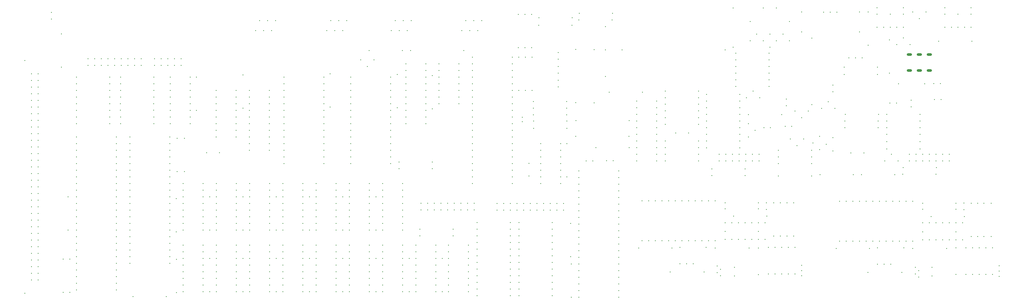
<source format=gbo>
%TF.GenerationSoftware,KiCad,Pcbnew,8.0.6+1*%
%TF.CreationDate,2024-11-20T11:24:01+01:00*%
%TF.ProjectId,QL_schematic,514c5f73-6368-4656-9d61-7469632e6b69,0*%
%TF.SameCoordinates,Original*%
%TF.FileFunction,Legend,Bot*%
%TF.FilePolarity,Positive*%
%FSLAX46Y46*%
G04 Gerber Fmt 4.6, Leading zero omitted, Abs format (unit mm)*
G04 Created by KiCad (PCBNEW 8.0.6+1) date 2024-11-20 11:24:01*
%MOMM*%
%LPD*%
G01*
G04 APERTURE LIST*
%ADD10C,0.350000*%
%ADD11O,2.000000X1.000000*%
G04 APERTURE END LIST*
D10*
X276225000Y-190683000D03*
X278765000Y-190683000D03*
X281305000Y-190683000D03*
X58420000Y-137160000D03*
X45720000Y-137160000D03*
X358902000Y-129286000D03*
X356402000Y-129286000D03*
X297585000Y-115310000D03*
X310285000Y-115310000D03*
X211455000Y-185039000D03*
X198755000Y-185039000D03*
X387397000Y-92830000D03*
X377397000Y-92830000D03*
X387397000Y-95330000D03*
X377397000Y-95330000D03*
X382397000Y-100330000D03*
X382397000Y-95330000D03*
X387397000Y-100330000D03*
X384897000Y-100330000D03*
X377397000Y-100330000D03*
X379897000Y-100330000D03*
X283337000Y-137414000D03*
X270637000Y-137414000D03*
X347980000Y-193929000D03*
X360934000Y-193929000D03*
X227457000Y-182499000D03*
X214757000Y-182499000D03*
X368935000Y-175006000D03*
X371475000Y-175006000D03*
X374015000Y-175006000D03*
X376555000Y-175006000D03*
X379095000Y-175006000D03*
X381635000Y-175006000D03*
X384175000Y-175006000D03*
X244094000Y-146304000D03*
X256794000Y-146304000D03*
X233045000Y-138938000D03*
X220345000Y-138938000D03*
X227457000Y-195199000D03*
X214757000Y-195199000D03*
X398145000Y-191453000D03*
X398145000Y-193453000D03*
X398145000Y-195453000D03*
X227457000Y-185039000D03*
X214757000Y-185039000D03*
X137287000Y-160020000D03*
X137287000Y-162560000D03*
X137287000Y-165100000D03*
X137287000Y-167640000D03*
X137287000Y-170180000D03*
X137287000Y-172720000D03*
X137287000Y-175260000D03*
X137287000Y-177800000D03*
X144907000Y-177800000D03*
X144907000Y-175260000D03*
X144907000Y-172720000D03*
X144907000Y-170180000D03*
X144907000Y-167640000D03*
X144907000Y-165100000D03*
X144907000Y-162560000D03*
X144907000Y-160020000D03*
X235077000Y-96647000D03*
X222377000Y-96647000D03*
X373166000Y-121793000D03*
X375666000Y-121793000D03*
X75311000Y-134620000D03*
X62611000Y-134620000D03*
X306197000Y-167386000D03*
X293497000Y-167386000D03*
X147447000Y-201295000D03*
X147447000Y-188595000D03*
X290449000Y-191516000D03*
X290449000Y-191516000D03*
X291719000Y-192786000D03*
X291719000Y-192786000D03*
X290449000Y-194056000D03*
X290449000Y-194056000D03*
X291719000Y-195199000D03*
X291719000Y-195199000D03*
X355219000Y-141224000D03*
X367919000Y-141224000D03*
X286385000Y-143764000D03*
X299085000Y-143764000D03*
X234950000Y-99568000D03*
X222250000Y-99568000D03*
X319659000Y-180086000D03*
X319659000Y-167386000D03*
X329565000Y-147066000D03*
X327025000Y-144526000D03*
X329565000Y-141986000D03*
X297585000Y-120390000D03*
X310285000Y-120390000D03*
X220218000Y-128651000D03*
X232918000Y-128651000D03*
X227457000Y-197739000D03*
X214757000Y-197739000D03*
X175387000Y-183515000D03*
X175387000Y-186055000D03*
X175387000Y-188595000D03*
X175387000Y-191135000D03*
X175387000Y-193675000D03*
X175387000Y-196215000D03*
X175387000Y-198755000D03*
X175387000Y-201295000D03*
X183007000Y-201295000D03*
X183007000Y-198755000D03*
X183007000Y-196215000D03*
X183007000Y-193675000D03*
X183007000Y-191135000D03*
X183007000Y-188595000D03*
X183007000Y-186055000D03*
X183007000Y-183515000D03*
X217170000Y-124460000D03*
X217170000Y-111760000D03*
X326517000Y-152400000D03*
X313817000Y-152400000D03*
X313817000Y-149860000D03*
X326517000Y-149860000D03*
X315087000Y-133705600D03*
X302387000Y-133705600D03*
X137287000Y-183515000D03*
X137287000Y-186055000D03*
X137287000Y-188595000D03*
X137287000Y-191135000D03*
X137287000Y-193675000D03*
X137287000Y-196215000D03*
X137287000Y-198755000D03*
X137287000Y-201295000D03*
X144907000Y-201295000D03*
X144907000Y-198755000D03*
X144907000Y-196215000D03*
X144907000Y-193675000D03*
X144907000Y-191135000D03*
X144907000Y-188595000D03*
X144907000Y-186055000D03*
X144907000Y-183515000D03*
X96647000Y-201295000D03*
X96647000Y-188595000D03*
X395097000Y-180213000D03*
X395097000Y-167513000D03*
X288417000Y-156972000D03*
X301117000Y-156972000D03*
X326567800Y-104444800D03*
X326567800Y-129844800D03*
X172847000Y-201295000D03*
X172847000Y-188595000D03*
X192913000Y-101600000D03*
X194437000Y-97790000D03*
X195961000Y-101600000D03*
X197485000Y-97790000D03*
X199009000Y-101600000D03*
X200533000Y-97790000D03*
X309245000Y-167335200D03*
X309245000Y-169875200D03*
X40005000Y-115570000D03*
X40005000Y-102870000D03*
X306197000Y-184650000D03*
X306197000Y-194810000D03*
X370205000Y-94488000D03*
X367665000Y-97028000D03*
X365125000Y-94488000D03*
X181610000Y-118745000D03*
X181610000Y-131445000D03*
X219583000Y-95377000D03*
X219583000Y-108077000D03*
X291211000Y-148844000D03*
X293751000Y-148844000D03*
X296291000Y-148844000D03*
X298831000Y-148844000D03*
X301371000Y-148844000D03*
X303911000Y-148844000D03*
X306451000Y-148844000D03*
X291211000Y-151384000D03*
X293751000Y-151384000D03*
X296291000Y-151384000D03*
X298831000Y-151384000D03*
X301371000Y-151384000D03*
X303911000Y-151384000D03*
X306451000Y-151384000D03*
X211455000Y-182499000D03*
X198755000Y-182499000D03*
X308269000Y-138684000D03*
X310769000Y-138684000D03*
X85725000Y-114845000D03*
X85725000Y-112305000D03*
X83185000Y-114845000D03*
X83185000Y-112305000D03*
X80645000Y-114845000D03*
X80645000Y-112305000D03*
X78105000Y-114845000D03*
X78105000Y-112305000D03*
X75565000Y-114845000D03*
X75565000Y-112305000D03*
X70485000Y-114845000D03*
X70485000Y-112305000D03*
X67945000Y-114845000D03*
X67945000Y-112305000D03*
X65405000Y-114845000D03*
X65405000Y-112305000D03*
X62865000Y-114845000D03*
X62865000Y-112305000D03*
X60325000Y-114845000D03*
X60325000Y-112305000D03*
X57785000Y-114845000D03*
X57785000Y-112305000D03*
X55245000Y-114845000D03*
X55245000Y-112305000D03*
X52705000Y-114845000D03*
X52705000Y-112305000D03*
X50165000Y-114845000D03*
X50165000Y-112305000D03*
X312039000Y-180086000D03*
X312039000Y-167386000D03*
X75184000Y-129540000D03*
X62484000Y-129540000D03*
X368935000Y-169799000D03*
X381635000Y-169799000D03*
X286385000Y-138684000D03*
X299085000Y-138684000D03*
X214757000Y-179959000D03*
X227457000Y-179959000D03*
X270637000Y-124714000D03*
X283337000Y-124714000D03*
X334645000Y-147574000D03*
X332105000Y-145034000D03*
X334645000Y-142494000D03*
X45720000Y-142240000D03*
X45720000Y-144780000D03*
X45720000Y-147320000D03*
X45720000Y-149860000D03*
X45720000Y-152400000D03*
X45720000Y-154940000D03*
X45720000Y-157480000D03*
X45720000Y-160020000D03*
X45720000Y-162560000D03*
X45720000Y-165100000D03*
X45720000Y-167640000D03*
X45720000Y-170180000D03*
X45720000Y-172720000D03*
X45720000Y-175260000D03*
X45720000Y-177800000D03*
X45720000Y-180340000D03*
X45720000Y-182880000D03*
X45720000Y-185420000D03*
X45720000Y-187960000D03*
X45720000Y-190500000D03*
X45720000Y-193040000D03*
X45720000Y-195580000D03*
X45720000Y-198120000D03*
X45720000Y-200660000D03*
X60960000Y-200660000D03*
X60960000Y-198120000D03*
X60960000Y-195580000D03*
X60960000Y-193040000D03*
X60960000Y-190500000D03*
X60960000Y-187960000D03*
X60960000Y-185420000D03*
X60960000Y-182880000D03*
X60960000Y-180340000D03*
X60960000Y-177800000D03*
X60960000Y-175260000D03*
X60960000Y-172720000D03*
X60960000Y-170180000D03*
X60960000Y-167640000D03*
X60960000Y-165100000D03*
X60960000Y-162560000D03*
X60960000Y-160020000D03*
X60960000Y-157480000D03*
X60960000Y-154940000D03*
X60960000Y-152400000D03*
X60960000Y-149860000D03*
X60960000Y-147320000D03*
X60960000Y-144780000D03*
X60960000Y-142240000D03*
X361442000Y-153924000D03*
X374142000Y-153924000D03*
X259715000Y-128524000D03*
X259715000Y-131064000D03*
X259715000Y-133604000D03*
X259715000Y-136144000D03*
X259715000Y-138684000D03*
X259715000Y-141224000D03*
X259715000Y-143764000D03*
X259715000Y-146304000D03*
X259715000Y-148844000D03*
X259715000Y-151384000D03*
X267335000Y-151384000D03*
X267335000Y-148844000D03*
X267335000Y-146304000D03*
X267335000Y-143764000D03*
X267335000Y-141224000D03*
X267335000Y-138684000D03*
X267335000Y-136144000D03*
X267335000Y-133604000D03*
X267335000Y-131064000D03*
X267335000Y-128524000D03*
X185420000Y-201295000D03*
X185420000Y-188595000D03*
X141351000Y-101600000D03*
X142875000Y-97790000D03*
X144399000Y-101600000D03*
X145923000Y-97790000D03*
X147447000Y-101600000D03*
X148971000Y-97790000D03*
X302641000Y-184658000D03*
X289687000Y-184658000D03*
X270637000Y-143764000D03*
X283337000Y-143764000D03*
X364490000Y-128207888D03*
X364490000Y-130707888D03*
X227457000Y-202819000D03*
X214757000Y-202819000D03*
X306197000Y-178308000D03*
X293497000Y-178308000D03*
X345567000Y-156591000D03*
X358267000Y-156591000D03*
X237744000Y-94996000D03*
X250444000Y-94996000D03*
X227457000Y-190119000D03*
X214757000Y-190119000D03*
X297585000Y-117850000D03*
X310285000Y-117850000D03*
X142621000Y-118110000D03*
X142621000Y-130810000D03*
X216027000Y-136398000D03*
X216027000Y-134698000D03*
X369697000Y-121920000D03*
X359697000Y-121920000D03*
X355219000Y-144018000D03*
X367919000Y-144018000D03*
X75184000Y-131953000D03*
X62484000Y-131953000D03*
X270637000Y-129674000D03*
X283337000Y-129674000D03*
X261874000Y-125095000D03*
X249174000Y-125095000D03*
X315087000Y-184404000D03*
X315087000Y-194564000D03*
X368935000Y-181483000D03*
X371475000Y-181483000D03*
X374015000Y-181483000D03*
X376555000Y-181483000D03*
X379095000Y-181483000D03*
X381635000Y-181483000D03*
X384175000Y-181483000D03*
X387731000Y-105664000D03*
X375031000Y-105664000D03*
X322707000Y-102108000D03*
X322707000Y-94488000D03*
X220218000Y-131191000D03*
X232918000Y-131191000D03*
X160147000Y-177800000D03*
X160147000Y-165100000D03*
X217043000Y-108077000D03*
X217043000Y-95377000D03*
X184150000Y-114300000D03*
X184150000Y-116840000D03*
X184150000Y-119380000D03*
X184150000Y-121920000D03*
X184150000Y-124460000D03*
X184150000Y-127000000D03*
X184150000Y-129540000D03*
X191770000Y-129540000D03*
X191770000Y-127000000D03*
X191770000Y-124460000D03*
X191770000Y-121920000D03*
X191770000Y-119380000D03*
X191770000Y-116840000D03*
X191770000Y-114300000D03*
X339217000Y-136144000D03*
X351917000Y-136144000D03*
X124968000Y-119380000D03*
X124968000Y-121920000D03*
X124968000Y-124460000D03*
X124968000Y-127000000D03*
X124968000Y-129540000D03*
X124968000Y-132080000D03*
X124968000Y-134620000D03*
X124968000Y-137160000D03*
X124968000Y-139700000D03*
X124968000Y-142240000D03*
X124968000Y-144780000D03*
X124968000Y-147320000D03*
X124968000Y-149860000D03*
X124968000Y-152400000D03*
X140208000Y-152400000D03*
X140208000Y-149860000D03*
X140208000Y-147320000D03*
X140208000Y-144780000D03*
X140208000Y-142240000D03*
X140208000Y-139700000D03*
X140208000Y-137160000D03*
X140208000Y-134620000D03*
X140208000Y-132080000D03*
X140208000Y-129540000D03*
X140208000Y-127000000D03*
X140208000Y-124460000D03*
X140208000Y-121920000D03*
X140208000Y-119380000D03*
X99187000Y-183515000D03*
X99187000Y-186055000D03*
X99187000Y-188595000D03*
X99187000Y-191135000D03*
X99187000Y-193675000D03*
X99187000Y-196215000D03*
X99187000Y-198755000D03*
X99187000Y-201295000D03*
X106807000Y-201295000D03*
X106807000Y-198755000D03*
X106807000Y-196215000D03*
X106807000Y-193675000D03*
X106807000Y-191135000D03*
X106807000Y-188595000D03*
X106807000Y-186055000D03*
X106807000Y-183515000D03*
X270637000Y-132214000D03*
X283337000Y-132214000D03*
X385445000Y-194691000D03*
X385445000Y-184531000D03*
X338963000Y-115570000D03*
X351663000Y-115570000D03*
X326517000Y-147320000D03*
X313817000Y-147320000D03*
X198755000Y-190119000D03*
X211455000Y-190119000D03*
X75311000Y-127000000D03*
X62611000Y-127000000D03*
X111887000Y-160020000D03*
X111887000Y-162560000D03*
X111887000Y-165100000D03*
X111887000Y-167640000D03*
X111887000Y-170180000D03*
X111887000Y-172720000D03*
X111887000Y-175260000D03*
X111887000Y-177800000D03*
X119507000Y-177800000D03*
X119507000Y-175260000D03*
X119507000Y-172720000D03*
X119507000Y-170180000D03*
X119507000Y-167640000D03*
X119507000Y-165100000D03*
X119507000Y-162560000D03*
X119507000Y-160020000D03*
X286385000Y-131064000D03*
X299085000Y-131064000D03*
X345821000Y-112014000D03*
X343281000Y-112014000D03*
X340741000Y-112014000D03*
X320167000Y-194564000D03*
X320167000Y-184404000D03*
X293497000Y-175006000D03*
X296037000Y-175006000D03*
X298577000Y-175006000D03*
X301117000Y-175006000D03*
X303657000Y-175006000D03*
X306197000Y-175006000D03*
X308737000Y-175006000D03*
X114173000Y-101600000D03*
X115697000Y-97790000D03*
X117221000Y-101600000D03*
X118745000Y-97790000D03*
X120269000Y-101600000D03*
X121793000Y-97790000D03*
X310261000Y-112770000D03*
X297561000Y-112770000D03*
X283337000Y-151384000D03*
X270637000Y-151384000D03*
X361529000Y-92830000D03*
X351529000Y-92830000D03*
X361529000Y-95330000D03*
X351529000Y-95330000D03*
X356529000Y-100330000D03*
X356529000Y-95330000D03*
X361529000Y-100330000D03*
X359029000Y-100330000D03*
X351529000Y-100330000D03*
X354029000Y-100330000D03*
X234442000Y-175260000D03*
X234442000Y-187960000D03*
X395605000Y-194691000D03*
X395605000Y-184531000D03*
X314579000Y-180086000D03*
X314579000Y-167386000D03*
X297053000Y-192024000D03*
X297053000Y-195326000D03*
X36195000Y-97155000D03*
X36195000Y-94615000D03*
X211455000Y-177419000D03*
X198755000Y-177419000D03*
X198755000Y-195199000D03*
X211455000Y-195199000D03*
X58420000Y-132080000D03*
X45720000Y-132080000D03*
X176911000Y-177419000D03*
X189611000Y-177419000D03*
X299085000Y-136144000D03*
X286385000Y-136144000D03*
X240411000Y-151384000D03*
X242951000Y-151384000D03*
X223012000Y-144780000D03*
X223012000Y-147320000D03*
X223012000Y-149860000D03*
X223012000Y-152400000D03*
X223012000Y-154940000D03*
X223012000Y-157480000D03*
X223012000Y-160020000D03*
X230632000Y-160020000D03*
X230632000Y-157480000D03*
X230632000Y-154940000D03*
X230632000Y-152400000D03*
X230632000Y-149860000D03*
X230632000Y-147320000D03*
X230632000Y-144780000D03*
X381635000Y-167513000D03*
X368935000Y-167513000D03*
X81534000Y-119380000D03*
X81534000Y-121920000D03*
X81534000Y-124460000D03*
X81534000Y-127000000D03*
X81534000Y-129540000D03*
X81534000Y-132080000D03*
X81534000Y-134620000D03*
X81534000Y-137160000D03*
X89154000Y-137160000D03*
X89154000Y-134620000D03*
X89154000Y-132080000D03*
X89154000Y-129540000D03*
X89154000Y-127000000D03*
X89154000Y-124460000D03*
X89154000Y-121920000D03*
X89154000Y-119380000D03*
X337185000Y-181991000D03*
X339725000Y-181991000D03*
X342265000Y-181991000D03*
X344805000Y-181991000D03*
X347345000Y-181991000D03*
X349885000Y-181991000D03*
X352425000Y-181991000D03*
X354965000Y-181991000D03*
X357505000Y-181991000D03*
X360045000Y-181991000D03*
X362585000Y-181991000D03*
X365125000Y-181991000D03*
X365125000Y-166751000D03*
X362585000Y-166751000D03*
X360045000Y-166751000D03*
X357505000Y-166751000D03*
X354965000Y-166751000D03*
X352425000Y-166751000D03*
X349885000Y-166751000D03*
X347345000Y-166751000D03*
X344805000Y-166751000D03*
X342265000Y-166751000D03*
X339725000Y-166751000D03*
X337185000Y-166751000D03*
X313055000Y-92950000D03*
X305555000Y-102950000D03*
X310555000Y-102950000D03*
X315555000Y-102950000D03*
X308095000Y-105450000D03*
X313055000Y-105450000D03*
X303055000Y-105450000D03*
X318055000Y-105450000D03*
X310555000Y-107950000D03*
X318055000Y-98150000D03*
X308055000Y-92950000D03*
X303055000Y-98150000D03*
X354457000Y-151384000D03*
X356997000Y-148844000D03*
X359537000Y-151384000D03*
X355219000Y-133604000D03*
X367919000Y-133604000D03*
X335915000Y-184785000D03*
X348615000Y-184785000D03*
X162687000Y-160020000D03*
X162687000Y-162560000D03*
X162687000Y-165100000D03*
X162687000Y-167640000D03*
X162687000Y-170180000D03*
X162687000Y-172720000D03*
X162687000Y-175260000D03*
X162687000Y-177800000D03*
X170307000Y-177800000D03*
X170307000Y-175260000D03*
X170307000Y-172720000D03*
X170307000Y-170180000D03*
X170307000Y-167640000D03*
X170307000Y-165100000D03*
X170307000Y-162560000D03*
X170307000Y-160020000D03*
X170180000Y-109220000D03*
X157480000Y-109220000D03*
X336169000Y-94570000D03*
X333629000Y-94570000D03*
X331089000Y-94570000D03*
X147447000Y-177800000D03*
X147447000Y-165100000D03*
X338963000Y-118364000D03*
X351663000Y-118364000D03*
X309372000Y-172466000D03*
X296672000Y-172466000D03*
X322707000Y-191262000D03*
X322707000Y-193262000D03*
X322707000Y-195262000D03*
X220218000Y-133731000D03*
X232918000Y-133731000D03*
X373420000Y-127889000D03*
X375920000Y-127889000D03*
X351663000Y-190810000D03*
X354203000Y-190810000D03*
X356743000Y-190810000D03*
X149987000Y-160020000D03*
X149987000Y-162560000D03*
X149987000Y-165100000D03*
X149987000Y-167640000D03*
X149987000Y-170180000D03*
X149987000Y-172720000D03*
X149987000Y-175260000D03*
X149987000Y-177800000D03*
X157607000Y-177800000D03*
X157607000Y-175260000D03*
X157607000Y-172720000D03*
X157607000Y-170180000D03*
X157607000Y-167640000D03*
X157607000Y-165100000D03*
X157607000Y-162560000D03*
X157607000Y-160020000D03*
X86487000Y-183515000D03*
X86487000Y-186055000D03*
X86487000Y-188595000D03*
X86487000Y-191135000D03*
X86487000Y-193675000D03*
X86487000Y-196215000D03*
X86487000Y-198755000D03*
X86487000Y-201295000D03*
X94107000Y-201295000D03*
X94107000Y-198755000D03*
X94107000Y-196215000D03*
X94107000Y-193675000D03*
X94107000Y-191135000D03*
X94107000Y-188595000D03*
X94107000Y-186055000D03*
X94107000Y-183515000D03*
X243459000Y-129159000D03*
X243459000Y-108839000D03*
X261747000Y-181864000D03*
X264287000Y-181864000D03*
X266827000Y-181864000D03*
X269367000Y-181864000D03*
X271907000Y-181864000D03*
X274447000Y-181864000D03*
X276987000Y-181864000D03*
X279527000Y-181864000D03*
X282067000Y-181864000D03*
X284607000Y-181864000D03*
X287147000Y-181864000D03*
X289687000Y-181864000D03*
X289687000Y-166624000D03*
X287147000Y-166624000D03*
X284607000Y-166624000D03*
X282067000Y-166624000D03*
X279527000Y-166624000D03*
X276987000Y-166624000D03*
X274447000Y-166624000D03*
X271907000Y-166624000D03*
X269367000Y-166624000D03*
X266827000Y-166624000D03*
X264287000Y-166624000D03*
X261747000Y-166624000D03*
X288417000Y-154432000D03*
X301117000Y-154432000D03*
X75311000Y-121920000D03*
X62611000Y-121920000D03*
X310007000Y-194564000D03*
X310007000Y-184404000D03*
X286385000Y-133604000D03*
X299085000Y-133604000D03*
X214503000Y-108077000D03*
X214503000Y-95377000D03*
X293497000Y-169672000D03*
X306197000Y-169672000D03*
X341503000Y-148336000D03*
X346503000Y-148336000D03*
X256717800Y-141986000D03*
X236397800Y-141986000D03*
X297585000Y-122930000D03*
X310285000Y-122930000D03*
X270637000Y-134874000D03*
X283337000Y-134874000D03*
X160147000Y-201295000D03*
X160147000Y-188595000D03*
X325247000Y-132334000D03*
X322707000Y-134874000D03*
X320167000Y-132334000D03*
X214757000Y-177419000D03*
X227457000Y-177419000D03*
X384683000Y-167487600D03*
X384683000Y-170027600D03*
X286385000Y-141224000D03*
X299085000Y-141224000D03*
X196977000Y-111760000D03*
X196977000Y-114300000D03*
X196977000Y-116840000D03*
X196977000Y-119380000D03*
X196977000Y-121920000D03*
X196977000Y-124460000D03*
X196977000Y-127000000D03*
X196977000Y-129540000D03*
X196977000Y-132080000D03*
X196977000Y-134620000D03*
X196977000Y-137160000D03*
X196977000Y-139700000D03*
X196977000Y-142240000D03*
X196977000Y-144780000D03*
X196977000Y-147320000D03*
X196977000Y-149860000D03*
X196977000Y-152400000D03*
X196977000Y-154940000D03*
X196977000Y-157480000D03*
X196977000Y-160020000D03*
X212217000Y-160020000D03*
X212217000Y-157480000D03*
X212217000Y-154940000D03*
X212217000Y-152400000D03*
X212217000Y-149860000D03*
X212217000Y-147320000D03*
X212217000Y-144780000D03*
X212217000Y-142240000D03*
X212217000Y-139700000D03*
X212217000Y-137160000D03*
X212217000Y-134620000D03*
X212217000Y-132080000D03*
X212217000Y-129540000D03*
X212217000Y-127000000D03*
X212217000Y-124460000D03*
X212217000Y-121920000D03*
X212217000Y-119380000D03*
X212217000Y-116840000D03*
X212217000Y-114300000D03*
X212217000Y-111760000D03*
X302387000Y-137160000D03*
X304927000Y-139700000D03*
X302387000Y-142240000D03*
X270637000Y-148844000D03*
X283337000Y-148844000D03*
X250698000Y-151257000D03*
X248158000Y-151257000D03*
X272479888Y-193802000D03*
X285433888Y-193802000D03*
X214757000Y-174879000D03*
X227457000Y-174879000D03*
X181610000Y-151765000D03*
X168910000Y-151765000D03*
X219710000Y-124460000D03*
X219710000Y-111760000D03*
X181610000Y-154305000D03*
X168910000Y-154305000D03*
X279527000Y-140716000D03*
X274647000Y-140716000D03*
X122047000Y-177800000D03*
X122047000Y-165100000D03*
X384810000Y-172593000D03*
X372110000Y-172593000D03*
X177292000Y-170120000D03*
X177292000Y-167580000D03*
X179832000Y-170120000D03*
X179832000Y-167580000D03*
X182372000Y-170120000D03*
X182372000Y-167580000D03*
X184912000Y-170120000D03*
X184912000Y-167580000D03*
X187452000Y-170120000D03*
X187452000Y-167580000D03*
X189992000Y-170120000D03*
X189992000Y-167580000D03*
X192532000Y-170120000D03*
X192532000Y-167580000D03*
X195072000Y-170120000D03*
X195072000Y-167580000D03*
X197612000Y-170120000D03*
X197612000Y-167580000D03*
X313817000Y-157099000D03*
X326517000Y-157099000D03*
X361696000Y-184531000D03*
X351696000Y-184531000D03*
X286225000Y-184404000D03*
X276225000Y-184404000D03*
X109347000Y-201295000D03*
X109347000Y-188595000D03*
X381635000Y-178435000D03*
X368935000Y-178435000D03*
X198755000Y-202819000D03*
X211455000Y-202819000D03*
X260477000Y-184658000D03*
X273177000Y-184658000D03*
X176911000Y-179959000D03*
X189611000Y-179959000D03*
X214630000Y-111760000D03*
X214630000Y-124460000D03*
X165989000Y-101600000D03*
X167513000Y-97790000D03*
X169037000Y-101600000D03*
X170561000Y-97790000D03*
X172085000Y-101600000D03*
X173609000Y-97790000D03*
X124587000Y-160020000D03*
X124587000Y-162560000D03*
X124587000Y-165100000D03*
X124587000Y-167640000D03*
X124587000Y-170180000D03*
X124587000Y-172720000D03*
X124587000Y-175260000D03*
X124587000Y-177800000D03*
X132207000Y-177800000D03*
X132207000Y-175260000D03*
X132207000Y-172720000D03*
X132207000Y-170180000D03*
X132207000Y-167640000D03*
X132207000Y-165100000D03*
X132207000Y-162560000D03*
X132207000Y-160020000D03*
X387985000Y-194691000D03*
X387985000Y-184531000D03*
X351917000Y-138684000D03*
X339217000Y-138684000D03*
X111887000Y-183515000D03*
X111887000Y-186055000D03*
X111887000Y-188595000D03*
X111887000Y-191135000D03*
X111887000Y-193675000D03*
X111887000Y-196215000D03*
X111887000Y-198755000D03*
X111887000Y-201295000D03*
X119507000Y-201295000D03*
X119507000Y-198755000D03*
X119507000Y-196215000D03*
X119507000Y-193675000D03*
X119507000Y-191135000D03*
X119507000Y-188595000D03*
X119507000Y-186055000D03*
X119507000Y-183515000D03*
X86487000Y-160020000D03*
X86487000Y-162560000D03*
X86487000Y-165100000D03*
X86487000Y-167640000D03*
X86487000Y-170180000D03*
X86487000Y-172720000D03*
X86487000Y-175260000D03*
X86487000Y-177800000D03*
X94107000Y-177800000D03*
X94107000Y-175260000D03*
X94107000Y-172720000D03*
X94107000Y-170180000D03*
X94107000Y-167640000D03*
X94107000Y-165100000D03*
X94107000Y-162560000D03*
X94107000Y-160020000D03*
X229743000Y-112522000D03*
X229743000Y-109982000D03*
X198755000Y-192659000D03*
X211455000Y-192659000D03*
X387477000Y-180213000D03*
X387477000Y-167513000D03*
X299085000Y-146354800D03*
X286385000Y-146354800D03*
X323469000Y-143002000D03*
X320929000Y-145542000D03*
X318389000Y-143002000D03*
X26035000Y-201940000D03*
X26035000Y-113040000D03*
X28575000Y-196850000D03*
X28575000Y-194310000D03*
X28575000Y-191770000D03*
X28575000Y-189230000D03*
X28575000Y-186690000D03*
X28575000Y-184150000D03*
X28575000Y-181610000D03*
X28575000Y-179070000D03*
X28575000Y-176530000D03*
X28575000Y-173990000D03*
X28575000Y-171450000D03*
X28575000Y-168910000D03*
X28575000Y-166370000D03*
X28575000Y-163830000D03*
X28575000Y-161290000D03*
X28575000Y-158750000D03*
X28575000Y-156210000D03*
X28575000Y-153670000D03*
X28575000Y-151130000D03*
X28575000Y-148590000D03*
X28575000Y-146050000D03*
X28575000Y-143510000D03*
X28575000Y-140970000D03*
X28575000Y-138430000D03*
X28575000Y-135890000D03*
X28575000Y-133350000D03*
X28575000Y-130810000D03*
X28575000Y-128270000D03*
X28575000Y-125730000D03*
X28575000Y-123190000D03*
X28575000Y-120650000D03*
X28575000Y-118110000D03*
X31115000Y-196850000D03*
X31115000Y-194310000D03*
X31115000Y-191770000D03*
X31115000Y-189230000D03*
X31115000Y-186690000D03*
X31115000Y-184150000D03*
X31115000Y-181610000D03*
X31115000Y-179070000D03*
X31115000Y-176530000D03*
X31115000Y-173990000D03*
X31115000Y-171450000D03*
X31115000Y-168910000D03*
X31115000Y-166370000D03*
X31115000Y-163830000D03*
X31115000Y-161290000D03*
X31115000Y-158750000D03*
X31115000Y-156210000D03*
X31115000Y-153670000D03*
X31115000Y-151130000D03*
X31115000Y-148590000D03*
X31115000Y-146050000D03*
X31115000Y-143510000D03*
X31115000Y-140970000D03*
X31115000Y-138430000D03*
X31115000Y-135890000D03*
X31115000Y-133350000D03*
X31115000Y-130810000D03*
X31115000Y-128270000D03*
X31115000Y-125730000D03*
X31115000Y-123190000D03*
X31115000Y-120650000D03*
X31115000Y-118110000D03*
X83820000Y-178435000D03*
X83820000Y-165735000D03*
X198755000Y-197739000D03*
X211455000Y-197739000D03*
X124587000Y-183515000D03*
X124587000Y-186055000D03*
X124587000Y-188595000D03*
X124587000Y-191135000D03*
X124587000Y-193675000D03*
X124587000Y-196215000D03*
X124587000Y-198755000D03*
X124587000Y-201295000D03*
X132207000Y-201295000D03*
X132207000Y-198755000D03*
X132207000Y-196215000D03*
X132207000Y-193675000D03*
X132207000Y-191135000D03*
X132207000Y-188595000D03*
X132207000Y-186055000D03*
X132207000Y-183515000D03*
X227457000Y-192659000D03*
X214757000Y-192659000D03*
X233045000Y-136144000D03*
X220345000Y-136144000D03*
X299085000Y-128524000D03*
X286385000Y-128524000D03*
X312547000Y-194564000D03*
X312547000Y-184404000D03*
X378079000Y-184785000D03*
X365125000Y-184785000D03*
X75311000Y-137160000D03*
X62611000Y-137160000D03*
X40640000Y-188849000D03*
X40640000Y-201549000D03*
X45720000Y-134620000D03*
X58420000Y-134620000D03*
X58420000Y-124460000D03*
X45720000Y-124460000D03*
X392303000Y-180213000D03*
X392303000Y-167513000D03*
X109347000Y-118491000D03*
X109347000Y-131191000D03*
X150495000Y-119380000D03*
X150495000Y-121920000D03*
X150495000Y-124460000D03*
X150495000Y-127000000D03*
X150495000Y-129540000D03*
X150495000Y-132080000D03*
X150495000Y-134620000D03*
X150495000Y-137160000D03*
X150495000Y-139700000D03*
X150495000Y-142240000D03*
X150495000Y-144780000D03*
X150495000Y-147320000D03*
X150495000Y-149860000D03*
X150495000Y-152400000D03*
X165735000Y-152400000D03*
X165735000Y-149860000D03*
X165735000Y-147320000D03*
X165735000Y-144780000D03*
X165735000Y-142240000D03*
X165735000Y-139700000D03*
X165735000Y-137160000D03*
X165735000Y-134620000D03*
X165735000Y-132080000D03*
X165735000Y-129540000D03*
X165735000Y-127000000D03*
X165735000Y-124460000D03*
X165735000Y-121920000D03*
X165735000Y-119380000D03*
X355219000Y-138684000D03*
X367919000Y-138684000D03*
X168275000Y-118364000D03*
X168275000Y-131064000D03*
X317119000Y-180086000D03*
X317119000Y-167386000D03*
X317627000Y-184404000D03*
X317627000Y-194564000D03*
X334645000Y-122428000D03*
X334645000Y-124968000D03*
X361315000Y-156464000D03*
X374015000Y-156464000D03*
X211455000Y-174879000D03*
X198755000Y-174879000D03*
X198755000Y-200279000D03*
X211455000Y-200279000D03*
X234696000Y-190754000D03*
X234696000Y-203454000D03*
X99187000Y-160020000D03*
X99187000Y-162560000D03*
X99187000Y-165100000D03*
X99187000Y-167640000D03*
X99187000Y-170180000D03*
X99187000Y-172720000D03*
X99187000Y-175260000D03*
X99187000Y-177800000D03*
X106807000Y-177800000D03*
X106807000Y-175260000D03*
X106807000Y-172720000D03*
X106807000Y-170180000D03*
X106807000Y-167640000D03*
X106807000Y-165100000D03*
X106807000Y-162560000D03*
X106807000Y-160020000D03*
X86995000Y-142748000D03*
X86995000Y-155448000D03*
X389890000Y-180213000D03*
X389890000Y-167513000D03*
X393065000Y-184531000D03*
X393065000Y-194691000D03*
X122047000Y-201295000D03*
X122047000Y-188595000D03*
X390525000Y-184531000D03*
X390525000Y-194691000D03*
X366141000Y-192024000D03*
X366141000Y-192024000D03*
X367411000Y-193294000D03*
X367411000Y-193294000D03*
X366141000Y-194564000D03*
X366141000Y-194564000D03*
X367411000Y-195707000D03*
X367411000Y-195707000D03*
X58420000Y-129540000D03*
X45720000Y-129540000D03*
X374142000Y-153924000D03*
X361442000Y-153924000D03*
X372491000Y-192024000D03*
X372491000Y-195326000D03*
X58420000Y-119380000D03*
X45720000Y-119380000D03*
X236397800Y-108813600D03*
X236397800Y-129133600D03*
X75311000Y-119380000D03*
X62611000Y-119380000D03*
X359029000Y-106934000D03*
X361569000Y-104394000D03*
X364109000Y-106934000D03*
X297585000Y-110230000D03*
X310285000Y-110230000D03*
X134747000Y-177800000D03*
X134747000Y-165100000D03*
X316397000Y-138176000D03*
X318897000Y-138176000D03*
X80010000Y-203200000D03*
X67310000Y-203200000D03*
X293497000Y-181356000D03*
X296037000Y-181356000D03*
X298577000Y-181356000D03*
X301117000Y-181356000D03*
X303657000Y-181356000D03*
X306197000Y-181356000D03*
X308737000Y-181356000D03*
X218567000Y-157153000D03*
X218567000Y-152273000D03*
X111760000Y-124460000D03*
X111760000Y-127000000D03*
X111760000Y-129540000D03*
X111760000Y-132080000D03*
X111760000Y-134620000D03*
X111760000Y-137160000D03*
X111760000Y-139700000D03*
X111760000Y-142240000D03*
X111760000Y-144780000D03*
X111760000Y-147320000D03*
X119380000Y-147320000D03*
X119380000Y-144780000D03*
X119380000Y-142240000D03*
X119380000Y-139700000D03*
X119380000Y-137160000D03*
X119380000Y-134620000D03*
X119380000Y-132080000D03*
X119380000Y-129540000D03*
X119380000Y-127000000D03*
X119380000Y-124460000D03*
X66167000Y-142240000D03*
X66167000Y-144780000D03*
X66167000Y-147320000D03*
X66167000Y-149860000D03*
X66167000Y-152400000D03*
X66167000Y-154940000D03*
X66167000Y-157480000D03*
X66167000Y-160020000D03*
X66167000Y-162560000D03*
X66167000Y-165100000D03*
X66167000Y-167640000D03*
X66167000Y-170180000D03*
X66167000Y-172720000D03*
X66167000Y-175260000D03*
X66167000Y-177800000D03*
X66167000Y-180340000D03*
X66167000Y-182880000D03*
X66167000Y-185420000D03*
X66167000Y-187960000D03*
X66167000Y-190500000D03*
X81407000Y-190500000D03*
X81407000Y-187960000D03*
X81407000Y-185420000D03*
X81407000Y-182880000D03*
X81407000Y-180340000D03*
X81407000Y-177800000D03*
X81407000Y-175260000D03*
X81407000Y-172720000D03*
X81407000Y-170180000D03*
X81407000Y-167640000D03*
X81407000Y-165100000D03*
X81407000Y-162560000D03*
X81407000Y-160020000D03*
X81407000Y-157480000D03*
X81407000Y-154940000D03*
X81407000Y-152400000D03*
X81407000Y-149860000D03*
X81407000Y-147320000D03*
X81407000Y-144780000D03*
X81407000Y-142240000D03*
X363855000Y-148844000D03*
X366395000Y-148844000D03*
X368935000Y-148844000D03*
X371475000Y-148844000D03*
X374015000Y-148844000D03*
X376555000Y-148844000D03*
X379095000Y-148844000D03*
X363855000Y-151384000D03*
X366395000Y-151384000D03*
X368935000Y-151384000D03*
X371475000Y-151384000D03*
X374015000Y-151384000D03*
X376555000Y-151384000D03*
X379095000Y-151384000D03*
X227457000Y-200279000D03*
X214757000Y-200279000D03*
X367919000Y-136144000D03*
X355219000Y-136144000D03*
X206375000Y-170180000D03*
X206375000Y-167640000D03*
X208915000Y-170180000D03*
X208915000Y-167640000D03*
X211455000Y-170180000D03*
X211455000Y-167640000D03*
X213995000Y-170180000D03*
X213995000Y-167640000D03*
X216535000Y-170180000D03*
X216535000Y-167640000D03*
X219075000Y-170180000D03*
X219075000Y-167640000D03*
X221615000Y-170180000D03*
X221615000Y-167640000D03*
X224155000Y-170180000D03*
X224155000Y-167640000D03*
X226695000Y-170180000D03*
X226695000Y-167640000D03*
X229235000Y-170180000D03*
X229235000Y-167640000D03*
X231775000Y-170180000D03*
X231775000Y-167640000D03*
X227457000Y-187579000D03*
X214757000Y-187579000D03*
X193675000Y-109220000D03*
X173355000Y-109220000D03*
X198755000Y-187579000D03*
X211455000Y-187579000D03*
X348107000Y-94488000D03*
X348107000Y-107188000D03*
X247777000Y-119126000D03*
X247777000Y-100076000D03*
X254127000Y-108966000D03*
X293497000Y-108966000D03*
X247777000Y-108966000D03*
X109347000Y-177800000D03*
X109347000Y-165100000D03*
X171577000Y-114300000D03*
X171577000Y-116840000D03*
X171577000Y-119380000D03*
X171577000Y-121920000D03*
X171577000Y-124460000D03*
X171577000Y-127000000D03*
X171577000Y-129540000D03*
X171577000Y-132080000D03*
X171577000Y-134620000D03*
X171577000Y-137160000D03*
X179197000Y-137160000D03*
X179197000Y-134620000D03*
X179197000Y-132080000D03*
X179197000Y-129540000D03*
X179197000Y-127000000D03*
X179197000Y-124460000D03*
X179197000Y-121920000D03*
X179197000Y-119380000D03*
X179197000Y-116840000D03*
X179197000Y-114300000D03*
X301625000Y-127254000D03*
X304165000Y-124714000D03*
X306705000Y-127254000D03*
X58420000Y-121920000D03*
X45720000Y-121920000D03*
D11*
X363855000Y-116840000D03*
X367665000Y-116840000D03*
X371475000Y-116840000D03*
X363855000Y-110744000D03*
X367665000Y-110744000D03*
X371475000Y-110744000D03*
D10*
X316865000Y-127762000D03*
X316865000Y-130262000D03*
X84201000Y-155448000D03*
X84201000Y-142748000D03*
X296545000Y-92964000D03*
X296545000Y-107950000D03*
X134747000Y-201295000D03*
X134747000Y-188595000D03*
X335407000Y-131318000D03*
X332867000Y-128778000D03*
X330327000Y-131318000D03*
X250317000Y-97536000D03*
X237617000Y-97536000D03*
X91567000Y-119380000D03*
X91567000Y-132080000D03*
X99060000Y-124460000D03*
X99060000Y-127000000D03*
X99060000Y-129540000D03*
X99060000Y-132080000D03*
X99060000Y-134620000D03*
X99060000Y-137160000D03*
X99060000Y-139700000D03*
X99060000Y-142240000D03*
X106680000Y-142240000D03*
X106680000Y-139700000D03*
X106680000Y-137160000D03*
X106680000Y-134620000D03*
X106680000Y-132080000D03*
X106680000Y-129540000D03*
X106680000Y-127000000D03*
X106680000Y-124460000D03*
X344805000Y-94488000D03*
X344805000Y-102108000D03*
X313817000Y-152400000D03*
X326517000Y-152400000D03*
X100330000Y-148209000D03*
X95450000Y-148209000D03*
X42545000Y-165100000D03*
X42545000Y-177800000D03*
X149987000Y-183515000D03*
X149987000Y-186055000D03*
X149987000Y-188595000D03*
X149987000Y-191135000D03*
X149987000Y-193675000D03*
X149987000Y-196215000D03*
X149987000Y-198755000D03*
X149987000Y-201295000D03*
X157607000Y-201295000D03*
X157607000Y-198755000D03*
X157607000Y-196215000D03*
X157607000Y-193675000D03*
X157607000Y-191135000D03*
X157607000Y-188595000D03*
X157607000Y-186055000D03*
X157607000Y-183515000D03*
X83947000Y-201676000D03*
X83947000Y-188976000D03*
X187833000Y-183515000D03*
X187833000Y-186055000D03*
X187833000Y-188595000D03*
X187833000Y-191135000D03*
X187833000Y-193675000D03*
X187833000Y-196215000D03*
X187833000Y-198755000D03*
X187833000Y-201295000D03*
X195453000Y-201295000D03*
X195453000Y-198755000D03*
X195453000Y-196215000D03*
X195453000Y-193675000D03*
X195453000Y-191135000D03*
X195453000Y-188595000D03*
X195453000Y-186055000D03*
X195453000Y-183515000D03*
X229743000Y-117856000D03*
X229743000Y-115316000D03*
X233045000Y-144780000D03*
X233045000Y-157480000D03*
X43180000Y-188849000D03*
X43180000Y-201549000D03*
X211455000Y-179959000D03*
X198755000Y-179959000D03*
X342392000Y-156591000D03*
X329692000Y-156591000D03*
X352044000Y-133604000D03*
X339344000Y-133604000D03*
X58420000Y-127000000D03*
X45720000Y-127000000D03*
X159385000Y-112776000D03*
X156845000Y-115316000D03*
X154305000Y-112776000D03*
X270637000Y-127254000D03*
X283337000Y-127254000D03*
X356235000Y-117856000D03*
X356235000Y-105156000D03*
X75311000Y-124460000D03*
X62611000Y-124460000D03*
X236474000Y-135947500D03*
X256794000Y-135947500D03*
X283337000Y-146304000D03*
X270637000Y-146304000D03*
X367919000Y-146812000D03*
X355219000Y-146812000D03*
X381635000Y-184531000D03*
X381635000Y-194691000D03*
X237617000Y-155194000D03*
X237617000Y-157734000D03*
X237617000Y-160274000D03*
X237617000Y-162814000D03*
X237617000Y-165354000D03*
X237617000Y-167894000D03*
X237617000Y-170434000D03*
X237617000Y-172974000D03*
X237617000Y-175514000D03*
X237617000Y-178054000D03*
X237617000Y-180594000D03*
X237617000Y-183134000D03*
X237617000Y-185674000D03*
X237617000Y-188214000D03*
X237617000Y-190754000D03*
X237617000Y-193294000D03*
X237617000Y-195834000D03*
X237617000Y-198374000D03*
X237617000Y-200914000D03*
X237617000Y-203454000D03*
X252857000Y-203454000D03*
X252857000Y-200914000D03*
X252857000Y-198374000D03*
X252857000Y-195834000D03*
X252857000Y-193294000D03*
X252857000Y-190754000D03*
X252857000Y-188214000D03*
X252857000Y-185674000D03*
X252857000Y-183134000D03*
X252857000Y-180594000D03*
X252857000Y-178054000D03*
X252857000Y-175514000D03*
X252857000Y-172974000D03*
X252857000Y-170434000D03*
X252857000Y-167894000D03*
X252857000Y-165354000D03*
X252857000Y-162814000D03*
X252857000Y-160274000D03*
X252857000Y-157734000D03*
X252857000Y-155194000D03*
X299085000Y-125984000D03*
X286385000Y-125984000D03*
X96647000Y-177800000D03*
X96647000Y-165100000D03*
X229743000Y-123063000D03*
X229743000Y-120523000D03*
X162687000Y-183515000D03*
X162687000Y-186055000D03*
X162687000Y-188595000D03*
X162687000Y-191135000D03*
X162687000Y-193675000D03*
X162687000Y-196215000D03*
X162687000Y-198755000D03*
X162687000Y-201295000D03*
X170307000Y-201295000D03*
X170307000Y-198755000D03*
X170307000Y-196215000D03*
X170307000Y-193675000D03*
X170307000Y-191135000D03*
X170307000Y-188595000D03*
X170307000Y-186055000D03*
X170307000Y-183515000D03*
M02*

</source>
